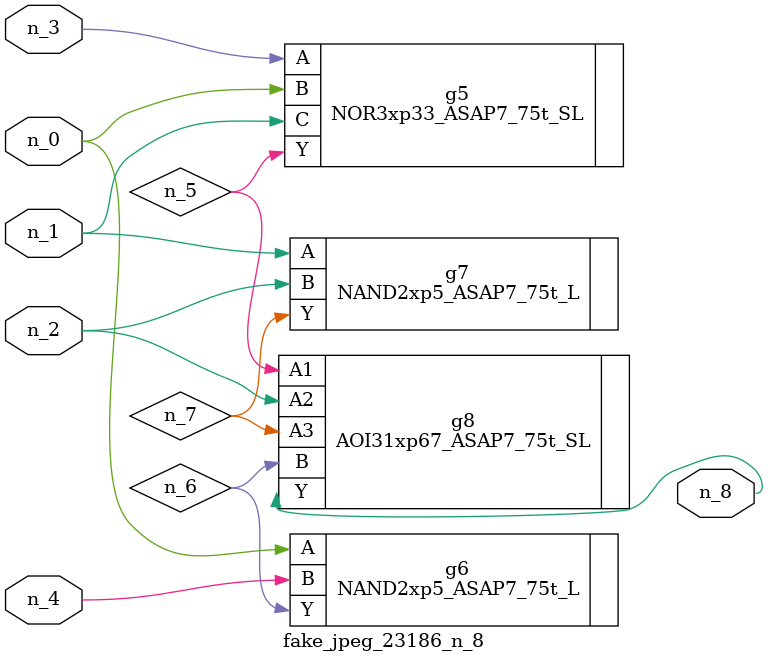
<source format=v>
module fake_jpeg_23186_n_8 (n_3, n_2, n_1, n_0, n_4, n_8);

input n_3;
input n_2;
input n_1;
input n_0;
input n_4;

output n_8;

wire n_6;
wire n_5;
wire n_7;

NOR3xp33_ASAP7_75t_SL g5 ( 
.A(n_3),
.B(n_0),
.C(n_1),
.Y(n_5)
);

NAND2xp5_ASAP7_75t_L g6 ( 
.A(n_0),
.B(n_4),
.Y(n_6)
);

NAND2xp5_ASAP7_75t_L g7 ( 
.A(n_1),
.B(n_2),
.Y(n_7)
);

AOI31xp67_ASAP7_75t_SL g8 ( 
.A1(n_5),
.A2(n_2),
.A3(n_7),
.B(n_6),
.Y(n_8)
);


endmodule
</source>
